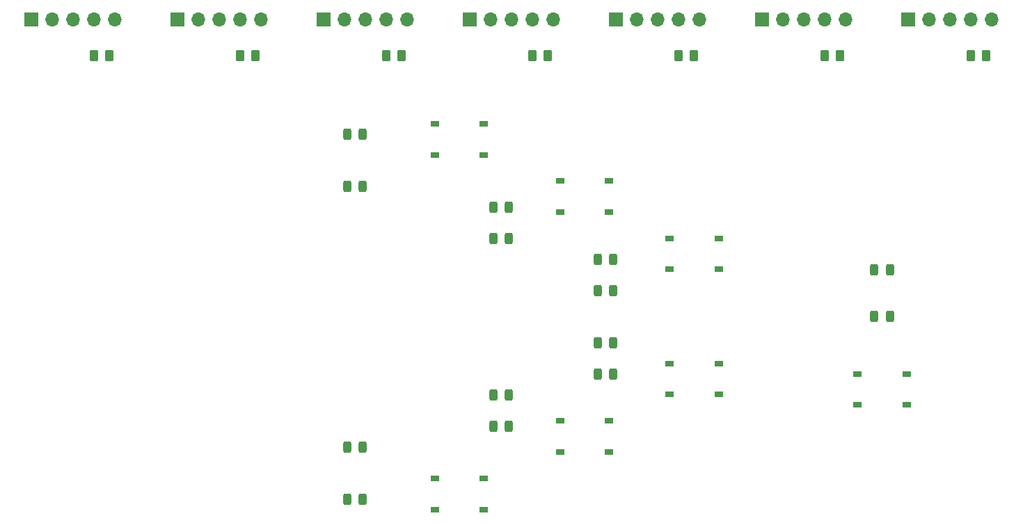
<source format=gbr>
%TF.GenerationSoftware,KiCad,Pcbnew,7.0.11+1*%
%TF.CreationDate,2024-06-09T21:21:38+01:00*%
%TF.ProjectId,crowland-green,63726f77-6c61-46e6-942d-677265656e2e,Rev 1*%
%TF.SameCoordinates,Original*%
%TF.FileFunction,Soldermask,Top*%
%TF.FilePolarity,Negative*%
%FSLAX46Y46*%
G04 Gerber Fmt 4.6, Leading zero omitted, Abs format (unit mm)*
G04 Created by KiCad (PCBNEW 7.0.11+1) date 2024-06-09 21:21:38*
%MOMM*%
%LPD*%
G01*
G04 APERTURE LIST*
G04 Aperture macros list*
%AMRoundRect*
0 Rectangle with rounded corners*
0 $1 Rounding radius*
0 $2 $3 $4 $5 $6 $7 $8 $9 X,Y pos of 4 corners*
0 Add a 4 corners polygon primitive as box body*
4,1,4,$2,$3,$4,$5,$6,$7,$8,$9,$2,$3,0*
0 Add four circle primitives for the rounded corners*
1,1,$1+$1,$2,$3*
1,1,$1+$1,$4,$5*
1,1,$1+$1,$6,$7*
1,1,$1+$1,$8,$9*
0 Add four rect primitives between the rounded corners*
20,1,$1+$1,$2,$3,$4,$5,0*
20,1,$1+$1,$4,$5,$6,$7,0*
20,1,$1+$1,$6,$7,$8,$9,0*
20,1,$1+$1,$8,$9,$2,$3,0*%
G04 Aperture macros list end*
%ADD10RoundRect,0.243750X-0.243750X-0.456250X0.243750X-0.456250X0.243750X0.456250X-0.243750X0.456250X0*%
%ADD11RoundRect,0.250000X-0.262500X-0.450000X0.262500X-0.450000X0.262500X0.450000X-0.262500X0.450000X0*%
%ADD12R,1.700000X1.700000*%
%ADD13O,1.700000X1.700000*%
%ADD14R,1.000000X0.750000*%
G04 APERTURE END LIST*
D10*
%TO.C,D3*%
X90502500Y-68580000D03*
X92377500Y-68580000D03*
%TD*%
D11*
%TO.C,R1*%
X41910000Y-50165000D03*
X43735000Y-50165000D03*
%TD*%
%TO.C,R3*%
X77470000Y-50165000D03*
X79295000Y-50165000D03*
%TD*%
D12*
%TO.C,J1*%
X34290000Y-45720000D03*
D13*
X36830000Y-45720000D03*
X39370000Y-45720000D03*
X41910000Y-45720000D03*
X44450000Y-45720000D03*
%TD*%
D12*
%TO.C,J5*%
X105410000Y-45720000D03*
D13*
X107950000Y-45720000D03*
X110490000Y-45720000D03*
X113030000Y-45720000D03*
X115570000Y-45720000D03*
%TD*%
D11*
%TO.C,R5*%
X113030000Y-50165000D03*
X114855000Y-50165000D03*
%TD*%
%TO.C,R7*%
X150415000Y-50165000D03*
X148590000Y-50165000D03*
%TD*%
D14*
%TO.C,SW7*%
X134795000Y-88930000D03*
X140795000Y-88930000D03*
X134795000Y-92680000D03*
X140795000Y-92680000D03*
%TD*%
D10*
%TO.C,D9*%
X90502500Y-91440000D03*
X92377500Y-91440000D03*
%TD*%
D14*
%TO.C,SW1*%
X83360000Y-58480000D03*
X89360000Y-58480000D03*
X83360000Y-62230000D03*
X89360000Y-62230000D03*
%TD*%
%TO.C,SW4*%
X89360000Y-105410000D03*
X83360000Y-105410000D03*
X89360000Y-101660000D03*
X83360000Y-101660000D03*
%TD*%
D12*
%TO.C,J4*%
X87630000Y-45720000D03*
D13*
X90170000Y-45720000D03*
X92710000Y-45720000D03*
X95250000Y-45720000D03*
X97790000Y-45720000D03*
%TD*%
D14*
%TO.C,SW5*%
X104600000Y-98395000D03*
X98600000Y-98395000D03*
X104600000Y-94645000D03*
X98600000Y-94645000D03*
%TD*%
D11*
%TO.C,R6*%
X130810000Y-50165000D03*
X132635000Y-50165000D03*
%TD*%
D10*
%TO.C,D4*%
X90502500Y-72390000D03*
X92377500Y-72390000D03*
%TD*%
D11*
%TO.C,R2*%
X59690000Y-50165000D03*
X61515000Y-50165000D03*
%TD*%
D12*
%TO.C,J6*%
X123190000Y-45720000D03*
D13*
X125730000Y-45720000D03*
X128270000Y-45720000D03*
X130810000Y-45720000D03*
X133350000Y-45720000D03*
%TD*%
D11*
%TO.C,R4*%
X95250000Y-50165000D03*
X97075000Y-50165000D03*
%TD*%
D10*
%TO.C,D13*%
X136857500Y-76200000D03*
X138732500Y-76200000D03*
%TD*%
%TO.C,D10*%
X90502500Y-95250000D03*
X92377500Y-95250000D03*
%TD*%
%TO.C,D2*%
X72722500Y-66040000D03*
X74597500Y-66040000D03*
%TD*%
D12*
%TO.C,J7*%
X140970000Y-45720000D03*
D13*
X143510000Y-45720000D03*
X146050000Y-45720000D03*
X148590000Y-45720000D03*
X151130000Y-45720000D03*
%TD*%
D10*
%TO.C,D5*%
X103202500Y-74930000D03*
X105077500Y-74930000D03*
%TD*%
%TO.C,D12*%
X103202500Y-88900000D03*
X105077500Y-88900000D03*
%TD*%
D14*
%TO.C,SW6*%
X117935000Y-91410000D03*
X111935000Y-91410000D03*
X117935000Y-87660000D03*
X111935000Y-87660000D03*
%TD*%
D10*
%TO.C,D7*%
X72722500Y-97790000D03*
X74597500Y-97790000D03*
%TD*%
%TO.C,D6*%
X103202500Y-78740000D03*
X105077500Y-78740000D03*
%TD*%
%TO.C,D8*%
X72722500Y-104140000D03*
X74597500Y-104140000D03*
%TD*%
D12*
%TO.C,J2*%
X52070000Y-45720000D03*
D13*
X54610000Y-45720000D03*
X57150000Y-45720000D03*
X59690000Y-45720000D03*
X62230000Y-45720000D03*
%TD*%
D10*
%TO.C,D1*%
X72722500Y-59690000D03*
X74597500Y-59690000D03*
%TD*%
%TO.C,D11*%
X103202500Y-85090000D03*
X105077500Y-85090000D03*
%TD*%
%TO.C,D14*%
X136857500Y-81915000D03*
X138732500Y-81915000D03*
%TD*%
D14*
%TO.C,SW3*%
X111935000Y-72420000D03*
X117935000Y-72420000D03*
X111935000Y-76170000D03*
X117935000Y-76170000D03*
%TD*%
%TO.C,SW2*%
X98600000Y-65435000D03*
X104600000Y-65435000D03*
X98600000Y-69185000D03*
X104600000Y-69185000D03*
%TD*%
D12*
%TO.C,J3*%
X69850000Y-45720000D03*
D13*
X72390000Y-45720000D03*
X74930000Y-45720000D03*
X77470000Y-45720000D03*
X80010000Y-45720000D03*
%TD*%
M02*

</source>
